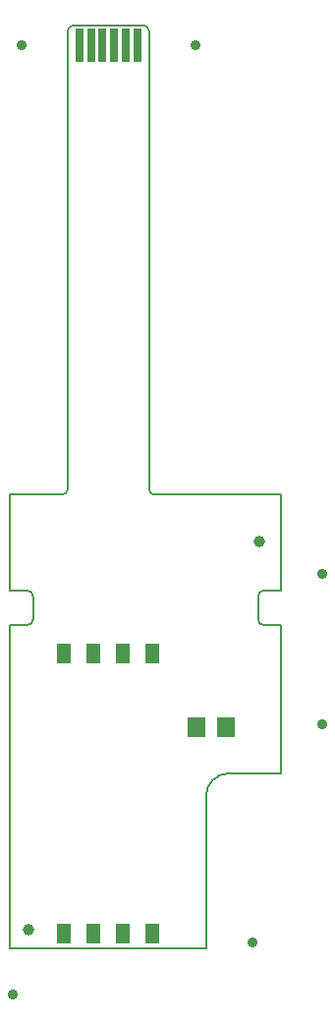
<source format=gtp>
G04 Layer_Color=8421504*
%FSLAX44Y44*%
%MOMM*%
G71*
G01*
G75*
%ADD10C,0.2000*%
%ADD13C,1.0000*%
%ADD14R,0.7000X3.0000*%
%ADD22R,1.5000X1.7001*%
%ADD23R,1.3000X1.7001*%
%ADD24C,0.9000*%
D10*
X-64999Y303064D02*
G03*
X-69999Y308064I-5000J0D01*
G01*
Y278064D02*
G03*
X-64999Y283064I0J5000D01*
G01*
X133999Y307936D02*
G03*
X128999Y302936I0J-5000D01*
G01*
Y282936D02*
G03*
X133999Y277936I5000J0D01*
G01*
X35000Y395500D02*
G03*
X40000Y390500I5000J0D01*
G01*
X-30000Y795000D02*
G03*
X-35000Y790000I0J-5000D01*
G01*
X-40000Y390500D02*
G03*
X-35000Y395500I0J5000D01*
G01*
X104000Y150500D02*
G03*
X84000Y130500I0J-20000D01*
G01*
X35000Y790000D02*
G03*
X30000Y795000I-5000J0D01*
G01*
X-85000Y308000D02*
Y390500D01*
X-84999Y278064D02*
X-69999D01*
X-84999Y308064D02*
X-69999D01*
X-64999Y283064D02*
Y303064D01*
X128999Y282936D02*
Y302936D01*
X133999Y277936D02*
X148999D01*
X133999Y307936D02*
X148999D01*
X149000Y308000D02*
Y390500D01*
X84000Y0D02*
Y130500D01*
X84000Y-0D02*
X84000Y0D01*
X-85000Y-0D02*
X84000D01*
X-85000Y390500D02*
X-40000D01*
X-85000Y-0D02*
Y278000D01*
X104000Y150500D02*
X149000D01*
Y278000D01*
X40000Y390500D02*
X149000D01*
X35000Y395500D02*
Y790000D01*
X-30000Y795000D02*
X30000D01*
X-35000Y395500D02*
Y790000D01*
D13*
X130000Y350000D02*
D03*
X-69000Y16000D02*
D03*
D14*
X-25002Y778001D02*
D03*
X-15002D02*
D03*
X-5002D02*
D03*
X5000D02*
D03*
X15000D02*
D03*
X25000D02*
D03*
D22*
X76200Y189799D02*
D03*
X101600D02*
D03*
D23*
X-38100Y11999D02*
D03*
X-12700D02*
D03*
X12700D02*
D03*
X38100D02*
D03*
X-38100Y254000D02*
D03*
X-12700D02*
D03*
X38100D02*
D03*
X12700D02*
D03*
D24*
X75000Y778000D02*
D03*
X-75000D02*
D03*
X184000Y322000D02*
D03*
X124000Y5000D02*
D03*
X184000Y193000D02*
D03*
X-82000Y-40000D02*
D03*
M02*

</source>
